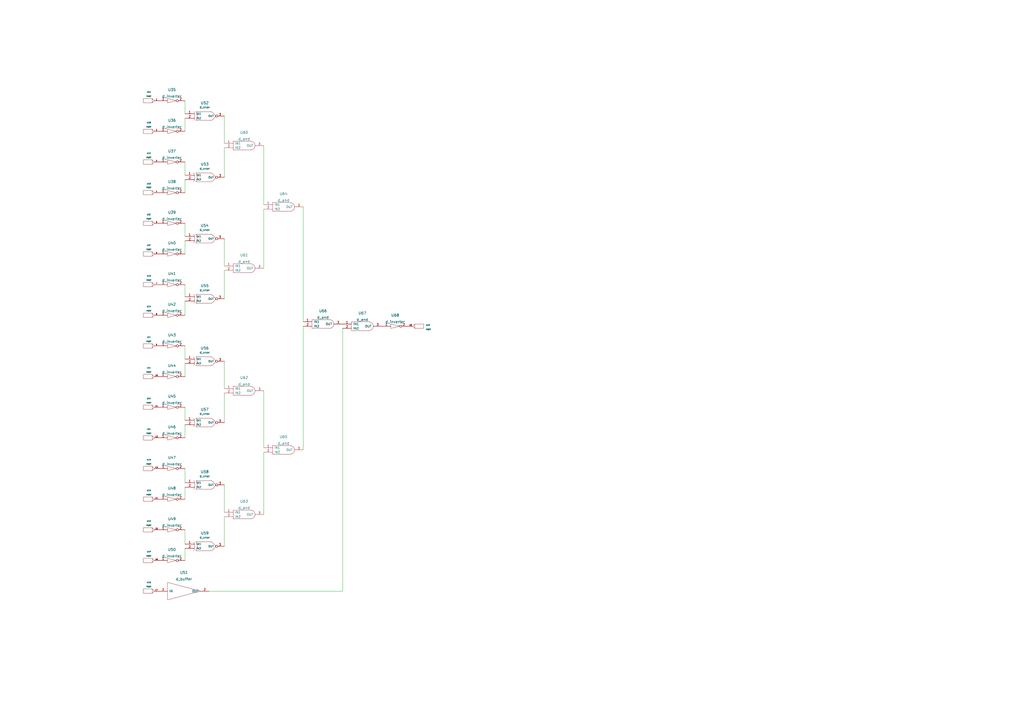
<source format=kicad_sch>
(kicad_sch (version 20211123) (generator eeschema)
  (paper "A2")
  (lib_symbols
    (symbol "eSim_Digital:d_and" (pin_names (offset 1.016))
      (property "Reference" "U" (at 0 0 0))
      (property "Value" "d_and" (at 1.27 2.54 0))
      (symbol "d_and_0_1"
        (polyline (pts (xy 3.81 -1.27) (xy -6.35 -1.27) (xy -6.35 3.81) (xy 3.81 3.81)))
        (arc (start 3.81 -1.27) (mid 5.5897 -0.5171) (end 6.35 1.27))
        (arc (start 6.35 1.27) (mid 5.5971 3.0497) (end 3.81 3.81))
      )
      (symbol "d_and_1_1"
        (pin input line (at -11.43 2.54 0) (length 5.08) (name "IN1") (number "1"))
        (pin input line (at -11.43 0 0) (length 5.08) (name "IN2") (number "2"))
        (pin output line (at 11.43 1.27 180) (length 5.08) (name "OUT") (number "3"))
      )
    )
    (symbol "eSim_Digital:d_buffer" (pin_names (offset 1.016))
      (property "Reference" "U" (at 0 -1.27 0))
      (property "Value" "d_buffer" (at 0 1.27 0))
      (symbol "d_buffer_0_1"
        (polyline (pts (xy -7.62 5.08) (xy -7.62 -5.08) (xy 11.43 0) (xy -7.62 5.08)))
      )
      (symbol "d_buffer_1_1"
        (pin input line (at -12.7 0 0) (length 5.08) (name "IN") (number "1"))
        (pin output line (at 16.51 0 180) (length 5.08) (name "OUT") (number "2"))
      )
    )
    (symbol "eSim_Digital:d_inverter" (pin_names (offset 1.016))
      (property "Reference" "U" (at 0 -2.54 0))
      (property "Value" "d_inverter" (at 0 3.81 0))
      (symbol "d_inverter_0_1"
        (polyline (pts (xy -2.54 1.27) (xy -2.54 -1.27) (xy 2.54 0) (xy -2.54 1.27)))
      )
      (symbol "d_inverter_1_1"
        (pin input line (at -7.62 0 0) (length 5.08) (name "~") (number "1"))
        (pin output inverted (at 7.62 0 180) (length 5.08) (name "~") (number "2"))
      )
    )
    (symbol "eSim_Digital:d_xnor" (pin_names (offset 1.016))
      (property "Reference" "U" (at 0 0 0))
      (property "Value" "d_xnor" (at 1.27 2.54 0))
      (symbol "d_xnor_0_1"
        (arc (start -6.35 -1.27) (mid -5.7504 1.27) (end -6.35 3.81))
        (arc (start -5.08 -1.27) (mid -4.3109 1.27) (end -5.08 3.81))
        (polyline (pts (xy 3.81 -1.27) (xy -5.08 -1.27)))
        (polyline (pts (xy 3.81 3.81) (xy -5.08 3.81)))
        (arc (start 3.81 -1.27) (mid 5.3181 -0.2399) (end 6.35 1.27))
        (arc (start 6.35 1.27) (mid 5.2222 2.6828) (end 3.81 3.81))
      )
      (symbol "d_xnor_1_1"
        (pin input line (at -11.43 2.54 0) (length 5.461) (name "IN1") (number "1"))
        (pin input line (at -11.43 0 0) (length 5.461) (name "IN2") (number "2"))
        (pin output inverted (at 11.43 1.27 180) (length 5.08) (name "OUT") (number "3"))
      )
    )
    (symbol "eSim_Miscellaneous:PORT" (pin_names (offset 1.016))
      (property "Reference" "U" (at 1.27 2.54 0))
      (property "Value" "PORT" (at 0 0 0))
      (symbol "PORT_0_1"
        (rectangle (start -2.54 1.27) (end 2.54 -1.27))
        (arc (start 2.54 1.27) (mid 3.1355 0.5955) (end 3.81 0))
        (arc (start 3.81 0) (mid 3.1447 -0.6046) (end 2.54 -1.27))
      )
      (symbol "PORT_1_1"
        (pin bidirectional line (at 6.35 0 180) (length 2.54) (name "~") (number "1"))
      )
      (symbol "PORT_2_1"
        (pin bidirectional line (at 6.35 0 180) (length 2.54) (name "~") (number "2"))
      )
      (symbol "PORT_3_1"
        (pin bidirectional line (at 6.35 0 180) (length 2.54) (name "~") (number "3"))
      )
      (symbol "PORT_4_1"
        (pin bidirectional line (at 6.35 0 180) (length 2.54) (name "~") (number "4"))
      )
      (symbol "PORT_5_1"
        (pin bidirectional line (at 6.35 0 180) (length 2.54) (name "~") (number "5"))
      )
      (symbol "PORT_6_1"
        (pin bidirectional line (at 6.35 0 180) (length 2.54) (name "~") (number "6"))
      )
      (symbol "PORT_7_1"
        (pin bidirectional line (at 6.35 0 180) (length 2.54) (name "~") (number "7"))
      )
      (symbol "PORT_8_1"
        (pin bidirectional line (at 6.35 0 180) (length 2.54) (name "~") (number "8"))
      )
      (symbol "PORT_9_1"
        (pin bidirectional line (at 6.35 0 180) (length 2.54) (name "~") (number "9"))
      )
      (symbol "PORT_10_1"
        (pin bidirectional line (at 6.35 0 180) (length 2.54) (name "~") (number "10"))
      )
      (symbol "PORT_11_1"
        (pin bidirectional line (at 6.35 0 180) (length 2.54) (name "~") (number "11"))
      )
      (symbol "PORT_12_1"
        (pin bidirectional line (at 6.35 0 180) (length 2.54) (name "~") (number "12"))
      )
      (symbol "PORT_13_1"
        (pin bidirectional line (at 6.35 0 180) (length 2.54) (name "~") (number "13"))
      )
      (symbol "PORT_14_1"
        (pin bidirectional line (at 6.35 0 180) (length 2.54) (name "~") (number "14"))
      )
      (symbol "PORT_15_1"
        (pin bidirectional line (at 6.35 0 180) (length 2.54) (name "~") (number "15"))
      )
      (symbol "PORT_16_1"
        (pin bidirectional line (at 6.35 0 180) (length 2.54) (name "~") (number "16"))
      )
      (symbol "PORT_17_1"
        (pin bidirectional line (at 6.35 0 180) (length 2.54) (name "~") (number "17"))
      )
      (symbol "PORT_18_1"
        (pin bidirectional line (at 6.35 0 180) (length 2.54) (name "~") (number "18"))
      )
      (symbol "PORT_19_1"
        (pin bidirectional line (at 6.35 0 180) (length 2.54) (name "~") (number "19"))
      )
      (symbol "PORT_20_1"
        (pin bidirectional line (at 6.35 0 180) (length 2.54) (name "~") (number "20"))
      )
      (symbol "PORT_21_1"
        (pin bidirectional line (at 6.35 0 180) (length 2.54) (name "~") (number "21"))
      )
      (symbol "PORT_22_1"
        (pin bidirectional line (at 6.35 0 180) (length 2.54) (name "~") (number "22"))
      )
      (symbol "PORT_23_1"
        (pin bidirectional line (at 6.35 0 180) (length 2.54) (name "~") (number "23"))
      )
      (symbol "PORT_24_1"
        (pin bidirectional line (at 6.35 0 180) (length 2.54) (name "~") (number "24"))
      )
      (symbol "PORT_25_1"
        (pin bidirectional line (at 6.35 0 180) (length 2.54) (name "~") (number "25"))
      )
      (symbol "PORT_26_1"
        (pin bidirectional line (at 6.35 0 180) (length 2.54) (name "~") (number "26"))
      )
    )
  )
  (wire (pts (xy 107.315 101.6) (xy 107.315 93.98)))
  (wire (pts (xy 153.035 262.255) (xy 153.035 298.45)))
  (wire (pts (xy 175.895 120.015) (xy 175.895 186.69)))
  (wire (pts (xy 153.035 121.285) (xy 153.035 155.575)))
  (wire (pts (xy 107.315 104.14) (xy 107.315 111.76)))
  (wire (pts (xy 107.315 139.7) (xy 107.315 147.32)))
  (wire (pts (xy 130.175 154.305) (xy 130.175 138.43)))
  (wire (pts (xy 107.315 246.38) (xy 107.315 254)))
  (wire (pts (xy 175.895 189.23) (xy 175.895 260.985)))
  (wire (pts (xy 107.315 172.085) (xy 107.315 165.1)))
  (wire (pts (xy 107.315 318.135) (xy 107.315 325.12)))
  (wire (pts (xy 107.315 210.82) (xy 107.315 218.44)))
  (wire (pts (xy 107.315 243.84) (xy 107.315 236.22)))
  (wire (pts (xy 198.755 190.5) (xy 198.755 342.9)))
  (wire (pts (xy 107.315 174.625) (xy 107.315 182.88)))
  (wire (pts (xy 107.315 68.58) (xy 107.315 76.2)))
  (wire (pts (xy 153.035 259.715) (xy 153.035 226.695)))
  (wire (pts (xy 130.175 297.18) (xy 130.175 281.305)))
  (wire (pts (xy 130.175 85.725) (xy 130.175 102.87)))
  (wire (pts (xy 107.315 307.34) (xy 107.315 315.595)))
  (wire (pts (xy 130.175 299.72) (xy 130.175 316.865)))
  (wire (pts (xy 130.175 83.185) (xy 130.175 67.31)))
  (wire (pts (xy 107.315 282.575) (xy 107.315 289.56)))
  (wire (pts (xy 107.315 208.28) (xy 107.315 200.66)))
  (wire (pts (xy 107.315 66.04) (xy 107.315 58.42)))
  (wire (pts (xy 107.315 280.035) (xy 107.315 271.78)))
  (wire (pts (xy 198.755 342.9) (xy 121.285 342.9)))
  (wire (pts (xy 130.175 156.845) (xy 130.175 173.355)))
  (wire (pts (xy 130.175 225.425) (xy 130.175 209.55)))
  (wire (pts (xy 107.315 137.16) (xy 107.315 129.54)))
  (wire (pts (xy 130.175 227.965) (xy 130.175 245.11)))
  (wire (pts (xy 153.035 118.745) (xy 153.035 84.455)))
  (symbol (lib_id "eSim_Digital:d_buffer") (at 104.775 342.9 0) (unit 1)
    (property "Reference" "U51" (at 106.68 332.105 0) (effects (font (size 1.524 1.524))))
    (property "Value" "d_buffer" (at 106.68 335.915 0) (effects (font (size 1.524 1.524))))
  )
  (symbol (lib_id "eSim_Miscellaneous:PORT") (at 85.725 111.76 0) (unit 4)
    (property "Reference" "U1" (at 86.36 106.553 0) (effects (font (size 0.762 0.762))))
    (property "Value" "PORT" (at 86.36 108.839 0) (effects (font (size 0.762 0.762))))
  )
  (symbol (lib_id "eSim_Miscellaneous:PORT") (at 85.725 129.54 0) (unit 5)
    (property "Reference" "U1" (at 86.36 124.46 0) (effects (font (size 0.762 0.762))))
    (property "Value" "PORT" (at 86.36 127 0) (effects (font (size 0.762 0.762))))
  )
  (symbol (lib_id "eSim_Digital:d_and") (at 141.605 227.965 0) (unit 1)
    (property "Reference" "U62" (at 141.605 219.075 0) (effects (font (size 1.524 1.524))))
    (property "Value" "d_and" (at 141.605 222.885 0) (effects (font (size 1.524 1.524))))
  )
  (symbol (lib_id "eSim_Miscellaneous:PORT") (at 243.205 189.23 180) (unit 18)
    (property "Reference" "U1" (at 247.015 188.595 0) (effects (font (size 0.762 0.762)) (justify right)))
    (property "Value" "PORT" (at 247.015 191.135 0) (effects (font (size 0.762 0.762)) (justify right)))
  )
  (symbol (lib_id "eSim_Digital:d_xnor") (at 118.745 246.38 0) (unit 1)
    (property "Reference" "U57" (at 118.745 237.49 0) (effects (font (size 1.524 1.524))))
    (property "Value" "d_xnor" (at 118.745 240.03 0) (effects (font (size 1.1938 1.1938))))
  )
  (symbol (lib_id "eSim_Miscellaneous:PORT") (at 85.725 254 0) (unit 12)
    (property "Reference" "U1" (at 86.36 248.92 0) (effects (font (size 0.762 0.762))))
    (property "Value" "PORT" (at 86.36 251.46 0) (effects (font (size 0.762 0.762))))
  )
  (symbol (lib_id "eSim_Digital:d_and") (at 164.465 121.285 0) (unit 1)
    (property "Reference" "U64" (at 164.465 112.395 0) (effects (font (size 1.524 1.524))))
    (property "Value" "d_and" (at 164.465 116.205 0) (effects (font (size 1.524 1.524))))
  )
  (symbol (lib_id "eSim_Digital:d_inverter") (at 99.695 76.2 0) (unit 1)
    (property "Reference" "U36" (at 99.695 69.85 0) (effects (font (size 1.524 1.524))))
    (property "Value" "d_inverter" (at 99.695 73.66 0) (effects (font (size 1.524 1.524))))
  )
  (symbol (lib_id "eSim_Digital:d_xnor") (at 118.745 282.575 0) (unit 1)
    (property "Reference" "U58" (at 118.745 273.685 0) (effects (font (size 1.524 1.524))))
    (property "Value" "d_xnor" (at 118.745 276.225 0) (effects (font (size 1.1938 1.1938))))
  )
  (symbol (lib_id "eSim_Digital:d_and") (at 164.465 262.255 0) (unit 1)
    (property "Reference" "U65" (at 164.465 253.365 0) (effects (font (size 1.524 1.524))))
    (property "Value" "d_and" (at 164.465 257.175 0) (effects (font (size 1.524 1.524))))
  )
  (symbol (lib_id "eSim_Miscellaneous:PORT") (at 85.725 325.12 0) (unit 16)
    (property "Reference" "U1" (at 86.36 320.04 0) (effects (font (size 0.762 0.762))))
    (property "Value" "PORT" (at 86.36 322.58 0) (effects (font (size 0.762 0.762))))
  )
  (symbol (lib_id "eSim_Miscellaneous:PORT") (at 85.725 307.34 0) (unit 15)
    (property "Reference" "U1" (at 86.36 302.26 0) (effects (font (size 0.762 0.762))))
    (property "Value" "PORT" (at 86.36 304.8 0) (effects (font (size 0.762 0.762))))
  )
  (symbol (lib_id "eSim_Digital:d_inverter") (at 99.695 289.56 0) (unit 1)
    (property "Reference" "U48" (at 99.695 283.21 0) (effects (font (size 1.524 1.524))))
    (property "Value" "d_inverter" (at 99.695 287.02 0) (effects (font (size 1.524 1.524))))
  )
  (symbol (lib_id "eSim_Digital:d_inverter") (at 99.695 129.54 0) (unit 1)
    (property "Reference" "U39" (at 99.695 123.19 0) (effects (font (size 1.524 1.524))))
    (property "Value" "d_inverter" (at 99.695 127 0) (effects (font (size 1.524 1.524))))
  )
  (symbol (lib_id "eSim_Miscellaneous:PORT") (at 85.725 342.9 0) (unit 17)
    (property "Reference" "U1" (at 86.36 337.82 0) (effects (font (size 0.762 0.762))))
    (property "Value" "PORT" (at 86.36 340.36 0) (effects (font (size 0.762 0.762))))
  )
  (symbol (lib_id "eSim_Digital:d_inverter") (at 99.695 254 0) (unit 1)
    (property "Reference" "U46" (at 99.695 247.65 0) (effects (font (size 1.524 1.524))))
    (property "Value" "d_inverter" (at 99.695 251.46 0) (effects (font (size 1.524 1.524))))
  )
  (symbol (lib_id "eSim_Digital:d_inverter") (at 99.695 147.32 0) (unit 1)
    (property "Reference" "U40" (at 99.695 140.97 0) (effects (font (size 1.524 1.524))))
    (property "Value" "d_inverter" (at 99.695 144.78 0) (effects (font (size 1.524 1.524))))
  )
  (symbol (lib_id "eSim_Miscellaneous:PORT") (at 85.725 76.2 0) (unit 2)
    (property "Reference" "U1" (at 86.36 71.12 0) (effects (font (size 0.762 0.762))))
    (property "Value" "PORT" (at 86.36 73.66 0) (effects (font (size 0.762 0.762))))
  )
  (symbol (lib_id "eSim_Digital:d_xnor") (at 118.745 174.625 0) (unit 1)
    (property "Reference" "U55" (at 118.745 165.735 0) (effects (font (size 1.524 1.524))))
    (property "Value" "d_xnor" (at 118.745 168.275 0) (effects (font (size 1.1938 1.1938))))
  )
  (symbol (lib_id "eSim_Digital:d_inverter") (at 99.695 307.34 0) (unit 1)
    (property "Reference" "U49" (at 99.695 300.99 0) (effects (font (size 1.524 1.524))))
    (property "Value" "d_inverter" (at 99.695 304.8 0) (effects (font (size 1.524 1.524))))
  )
  (symbol (lib_id "eSim_Miscellaneous:PORT") (at 85.725 182.88 0) (unit 8)
    (property "Reference" "U1" (at 86.36 177.8 0) (effects (font (size 0.762 0.762))))
    (property "Value" "PORT" (at 86.36 180.34 0) (effects (font (size 0.762 0.762))))
  )
  (symbol (lib_id "eSim_Digital:d_inverter") (at 99.695 58.42 0) (unit 1)
    (property "Reference" "U35" (at 99.695 52.07 0) (effects (font (size 1.524 1.524))))
    (property "Value" "d_inverter" (at 99.695 55.88 0) (effects (font (size 1.524 1.524))))
  )
  (symbol (lib_id "eSim_Miscellaneous:PORT") (at 85.725 289.56 0) (unit 14)
    (property "Reference" "U1" (at 86.36 284.48 0) (effects (font (size 0.762 0.762))))
    (property "Value" "PORT" (at 86.36 287.02 0) (effects (font (size 0.762 0.762))))
  )
  (symbol (lib_id "eSim_Digital:d_and") (at 141.605 156.845 0) (unit 1)
    (property "Reference" "U61" (at 141.605 147.955 0) (effects (font (size 1.524 1.524))))
    (property "Value" "d_and" (at 141.605 151.765 0) (effects (font (size 1.524 1.524))))
  )
  (symbol (lib_id "eSim_Miscellaneous:PORT") (at 85.725 271.78 0) (unit 13)
    (property "Reference" "U1" (at 86.36 266.7 0) (effects (font (size 0.762 0.762))))
    (property "Value" "PORT" (at 86.36 269.24 0) (effects (font (size 0.762 0.762))))
  )
  (symbol (lib_id "eSim_Miscellaneous:PORT") (at 85.725 58.42 0) (unit 1)
    (property "Reference" "U1" (at 86.36 53.34 0) (effects (font (size 0.762 0.762))))
    (property "Value" "PORT" (at 86.36 55.88 0) (effects (font (size 0.762 0.762))))
  )
  (symbol (lib_id "eSim_Digital:d_inverter") (at 99.695 236.22 0) (unit 1)
    (property "Reference" "U45" (at 99.695 229.87 0) (effects (font (size 1.524 1.524))))
    (property "Value" "d_inverter" (at 99.695 233.68 0) (effects (font (size 1.524 1.524))))
  )
  (symbol (lib_id "eSim_Digital:d_xnor") (at 118.745 139.7 0) (unit 1)
    (property "Reference" "U54" (at 118.745 130.81 0) (effects (font (size 1.524 1.524))))
    (property "Value" "d_xnor" (at 118.745 133.35 0) (effects (font (size 1.1938 1.1938))))
  )
  (symbol (lib_id "eSim_Digital:d_xnor") (at 118.745 210.82 0) (unit 1)
    (property "Reference" "U56" (at 118.745 201.93 0) (effects (font (size 1.524 1.524))))
    (property "Value" "d_xnor" (at 118.745 204.47 0) (effects (font (size 1.1938 1.1938))))
  )
  (symbol (lib_id "eSim_Digital:d_inverter") (at 99.695 93.98 0) (unit 1)
    (property "Reference" "U37" (at 99.695 87.63 0) (effects (font (size 1.524 1.524))))
    (property "Value" "d_inverter" (at 99.695 91.44 0) (effects (font (size 1.524 1.524))))
  )
  (symbol (lib_id "eSim_Digital:d_inverter") (at 99.695 165.1 0) (unit 1)
    (property "Reference" "U41" (at 99.695 158.75 0) (effects (font (size 1.524 1.524))))
    (property "Value" "d_inverter" (at 99.695 162.56 0) (effects (font (size 1.524 1.524))))
  )
  (symbol (lib_id "eSim_Digital:d_xnor") (at 118.745 318.135 0) (unit 1)
    (property "Reference" "U59" (at 118.745 309.245 0) (effects (font (size 1.524 1.524))))
    (property "Value" "d_xnor" (at 118.745 311.785 0) (effects (font (size 1.1938 1.1938))))
  )
  (symbol (lib_id "eSim_Digital:d_and") (at 187.325 189.23 0) (unit 1)
    (property "Reference" "U66" (at 187.325 180.34 0) (effects (font (size 1.524 1.524))))
    (property "Value" "d_and" (at 187.325 184.15 0) (effects (font (size 1.524 1.524))))
  )
  (symbol (lib_id "eSim_Digital:d_and") (at 210.185 190.5 0) (unit 1)
    (property "Reference" "U67" (at 210.185 181.61 0) (effects (font (size 1.524 1.524))))
    (property "Value" "d_and" (at 210.185 185.42 0) (effects (font (size 1.524 1.524))))
  )
  (symbol (lib_id "eSim_Digital:d_inverter") (at 229.235 189.23 0) (unit 1)
    (property "Reference" "U68" (at 229.235 182.88 0) (effects (font (size 1.524 1.524))))
    (property "Value" "d_inverter" (at 229.235 186.69 0) (effects (font (size 1.524 1.524))))
  )
  (symbol (lib_id "eSim_Miscellaneous:PORT") (at 85.725 165.1 0) (unit 7)
    (property "Reference" "U1" (at 86.36 160.02 0) (effects (font (size 0.762 0.762))))
    (property "Value" "PORT" (at 86.36 162.56 0) (effects (font (size 0.762 0.762))))
  )
  (symbol (lib_id "eSim_Digital:d_inverter") (at 99.695 111.76 0) (unit 1)
    (property "Reference" "U38" (at 99.695 105.41 0) (effects (font (size 1.524 1.524))))
    (property "Value" "d_inverter" (at 99.695 109.22 0) (effects (font (size 1.524 1.524))))
  )
  (symbol (lib_id "eSim_Digital:d_inverter") (at 99.695 218.44 0) (unit 1)
    (property "Reference" "U44" (at 99.695 212.09 0) (effects (font (size 1.524 1.524))))
    (property "Value" "d_inverter" (at 99.695 215.9 0) (effects (font (size 1.524 1.524))))
  )
  (symbol (lib_id "eSim_Miscellaneous:PORT") (at 85.725 93.98 0) (unit 3)
    (property "Reference" "U1" (at 86.36 88.9 0) (effects (font (size 0.762 0.762))))
    (property "Value" "PORT" (at 86.36 91.44 0) (effects (font (size 0.762 0.762))))
  )
  (symbol (lib_id "eSim_Digital:d_inverter") (at 99.695 182.88 0) (unit 1)
    (property "Reference" "U42" (at 99.695 176.53 0) (effects (font (size 1.524 1.524))))
    (property "Value" "d_inverter" (at 99.695 180.34 0) (effects (font (size 1.524 1.524))))
  )
  (symbol (lib_id "eSim_Digital:d_and") (at 141.605 299.72 0) (unit 1)
    (property "Reference" "U63" (at 141.605 290.83 0) (effects (font (size 1.524 1.524))))
    (property "Value" "d_and" (at 141.605 294.64 0) (effects (font (size 1.524 1.524))))
  )
  (symbol (lib_id "eSim_Digital:d_inverter") (at 99.695 271.78 0) (unit 1)
    (property "Reference" "U47" (at 99.695 265.43 0) (effects (font (size 1.524 1.524))))
    (property "Value" "d_inverter" (at 99.695 269.24 0) (effects (font (size 1.524 1.524))))
  )
  (symbol (lib_id "eSim_Miscellaneous:PORT") (at 85.725 218.44 0) (unit 10)
    (property "Reference" "U1" (at 86.36 213.36 0) (effects (font (size 0.762 0.762))))
    (property "Value" "PORT" (at 86.36 215.9 0) (effects (font (size 0.762 0.762))))
  )
  (symbol (lib_id "eSim_Digital:d_inverter") (at 99.695 200.66 0) (unit 1)
    (property "Reference" "U43" (at 99.695 194.31 0) (effects (font (size 1.524 1.524))))
    (property "Value" "d_inverter" (at 99.695 198.12 0) (effects (font (size 1.524 1.524))))
  )
  (symbol (lib_id "eSim_Miscellaneous:PORT") (at 85.725 200.66 0) (unit 9)
    (property "Reference" "U1" (at 86.36 195.58 0) (effects (font (size 0.762 0.762))))
    (property "Value" "PORT" (at 86.36 198.12 0) (effects (font (size 0.762 0.762))))
  )
  (symbol (lib_id "eSim_Digital:d_and") (at 141.605 85.725 0) (unit 1)
    (property "Reference" "U60" (at 141.605 76.835 0) (effects (font (size 1.524 1.524))))
    (property "Value" "d_and" (at 141.605 80.645 0) (effects (font (size 1.524 1.524))))
  )
  (symbol (lib_id "eSim_Miscellaneous:PORT") (at 85.725 236.22 0) (unit 11)
    (property "Reference" "U1" (at 86.36 231.14 0) (effects (font (size 0.762 0.762))))
    (property "Value" "PORT" (at 86.36 233.68 0) (effects (font (size 0.762 0.762))))
  )
  (symbol (lib_id "eSim_Digital:d_xnor") (at 118.745 68.58 0) (unit 1)
    (property "Reference" "U52" (at 118.745 59.69 0) (effects (font (size 1.524 1.524))))
    (property "Value" "d_xnor" (at 118.745 62.23 0) (effects (font (size 1.1938 1.1938))))
  )
  (symbol (lib_id "eSim_Digital:d_inverter") (at 99.695 325.12 0) (unit 1)
    (property "Reference" "U50" (at 99.695 318.77 0) (effects (font (size 1.524 1.524))))
    (property "Value" "d_inverter" (at 99.695 322.58 0) (effects (font (size 1.524 1.524))))
  )
  (symbol (lib_id "eSim_Digital:d_xnor") (at 118.745 104.14 0) (unit 1)
    (property "Reference" "U53" (at 118.745 95.25 0) (effects (font (size 1.524 1.524))))
    (property "Value" "d_xnor" (at 118.745 97.79 0) (effects (font (size 1.1938 1.1938))))
  )
  (symbol (lib_id "eSim_Miscellaneous:PORT") (at 85.725 147.32 0) (unit 6)
    (property "Reference" "U1" (at 86.36 142.24 0) (effects (font (size 0.762 0.762))))
    (property "Value" "PORT" (at 86.36 144.78 0) (effects (font (size 0.762 0.762))))
  )
)
</source>
